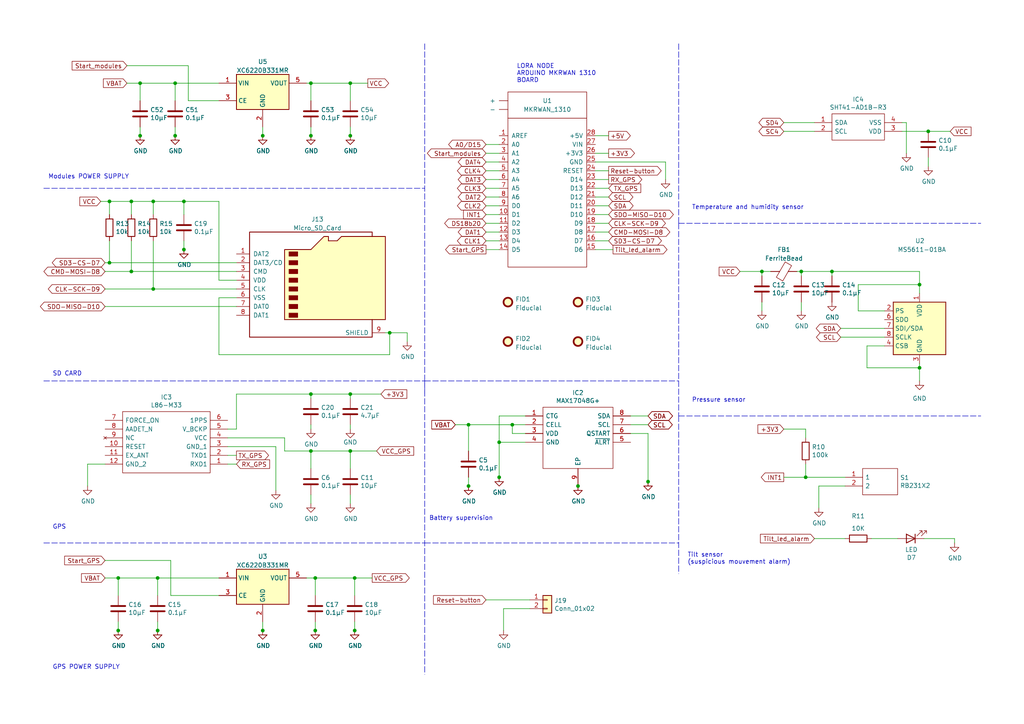
<source format=kicad_sch>
(kicad_sch (version 20211123) (generator eeschema)
  (paper "A4")
  (title_block (title "Open_beehive_scale_board") (date "2022-12-03") (rev "V0.2") (company "Ratamuse"))
  (lib_symbols
    (symbol "Connector:Micro_SD_Card" (pin_names (offset 1.016))
      (property "Reference" "J" (at -16.51 15.24 0))
      (property "Value" "Micro_SD_Card" (at 16.51 15.24 0))
      (symbol "Micro_SD_Card_0_1"
        (rectangle (start -7.62 -9.525) (end -5.08 -10.795) (fill (type outline)))
        (rectangle (start -7.62 -6.985) (end -5.08 -8.255) (fill (type outline)))
        (rectangle (start -7.62 -4.445) (end -5.08 -5.715) (fill (type outline)))
        (rectangle (start -7.62 -1.905) (end -5.08 -3.175) (fill (type outline)))
        (rectangle (start -7.62 0.635) (end -5.08 -0.635) (fill (type outline)))
        (rectangle (start -7.62 3.175) (end -5.08 1.905) (fill (type outline)))
        (rectangle (start -7.62 5.715) (end -5.08 4.445) (fill (type outline)))
        (rectangle (start -7.62 8.255) (end -5.08 6.985) (fill (type outline)))
        (polyline (pts (xy 16.51 12.7) (xy 16.51 13.97) (xy -19.05 13.97) (xy -19.05 -16.51) (xy 16.51 -16.51) (xy 16.51 -11.43)) (stroke (width 0.254)))
        (polyline (pts (xy -8.89 -11.43) (xy -8.89 8.89) (xy -1.27 8.89) (xy 2.54 12.7) (xy 3.81 12.7) (xy 3.81 11.43) (xy 6.35 11.43) (xy 7.62 12.7) (xy 20.32 12.7) (xy 20.32 -11.43) (xy -8.89 -11.43)) (stroke (width 0.254)) (fill (type background)))
      )
      (symbol "Micro_SD_Card_1_1"
        (pin bidirectional line (at -22.86 7.62 0) (length 3.81) (name "DAT2") (number "1"))
        (pin bidirectional line (at -22.86 5.08 0) (length 3.81) (name "DAT3/CD") (number "2"))
        (pin input line (at -22.86 2.54 0) (length 3.81) (name "CMD") (number "3"))
        (pin power_in line (at -22.86 0 0) (length 3.81) (name "VDD") (number "4"))
        (pin input line (at -22.86 -2.54 0) (length 3.81) (name "CLK") (number "5"))
        (pin power_in line (at -22.86 -5.08 0) (length 3.81) (name "VSS") (number "6"))
        (pin bidirectional line (at -22.86 -7.62 0) (length 3.81) (name "DAT0") (number "7"))
        (pin bidirectional line (at -22.86 -10.16 0) (length 3.81) (name "DAT1") (number "8"))
        (pin passive line (at 20.32 -15.24 180) (length 3.81) (name "SHIELD") (number "9"))
      )
    )
    (symbol "Connector_Generic:Conn_01x02" (pin_names (offset 1.016) hide)
      (property "Reference" "J" (at 0 2.54 0))
      (property "Value" "Conn_01x02" (at 0 -5.08 0))
      (symbol "Conn_01x02_1_1"
        (rectangle (start -1.27 -2.413) (end 0 -2.667) (stroke (width 0.1524)))
        (rectangle (start -1.27 0.127) (end 0 -0.127) (stroke (width 0.1524)))
        (rectangle (start -1.27 1.27) (end 1.27 -3.81) (stroke (width 0.254)) (fill (type background)))
        (pin passive line (at -5.08 0 0) (length 3.81) (name "Pin_1") (number "1"))
        (pin passive line (at -5.08 -2.54 0) (length 3.81) (name "Pin_2") (number "2"))
      )
    )
    (symbol "Device:C" (pin_numbers hide) (pin_names (offset 0.254))
      (property "Reference" "C" (at 0.635 2.54 0))
      (property "Value" "C" (at 0.635 -2.54 0))
      (symbol "C_0_1"
        (polyline (pts (xy -2.032 -0.762) (xy 2.032 -0.762)) (stroke (width 0.508)))
        (polyline (pts (xy -2.032 0.762) (xy 2.032 0.762)) (stroke (width 0.508)))
      )
      (symbol "C_1_1"
        (pin passive line (at 0 3.81 270) (length 2.794) (name "~") (number "1"))
        (pin passive line (at 0 -3.81 90) (length 2.794) (name "~") (number "2"))
      )
    )
    (symbol "Device:FerriteBead" (pin_numbers hide) (pin_names (offset 0))
      (property "Reference" "FB" (at -3.81 0.635 90))
      (property "Value" "FerriteBead" (at 3.81 0 90))
      (symbol "FerriteBead_0_1"
        (polyline (pts (xy 0 -1.27) (xy 0 -1.2192)))
        (polyline (pts (xy 0 1.27) (xy 0 1.2954)))
        (polyline (pts (xy -2.7686 0.4064) (xy -1.7018 2.2606) (xy 2.7686 -0.3048) (xy 1.6764 -2.159) (xy -2.7686 0.4064)))
      )
      (symbol "FerriteBead_1_1"
        (pin passive line (at 0 3.81 270) (length 2.54) (name "~") (number "1"))
        (pin passive line (at 0 -3.81 90) (length 2.54) (name "~") (number "2"))
      )
    )
    (symbol "Device:LED" (pin_numbers hide) (pin_names (offset 1.016) hide)
      (property "Reference" "D" (at 0 2.54 0))
      (property "Value" "LED" (at 0 -2.54 0))
      (symbol "LED_0_1"
        (polyline (pts (xy -1.27 -1.27) (xy -1.27 1.27)) (stroke (width 0.254)))
        (polyline (pts (xy -1.27 0) (xy 1.27 0)))
        (polyline (pts (xy 1.27 -1.27) (xy 1.27 1.27) (xy -1.27 0) (xy 1.27 -1.27)) (stroke (width 0.254)))
        (polyline (pts (xy -3.048 -0.762) (xy -4.572 -2.286) (xy -3.81 -2.286) (xy -4.572 -2.286) (xy -4.572 -1.524)))
        (polyline (pts (xy -1.778 -0.762) (xy -3.302 -2.286) (xy -2.54 -2.286) (xy -3.302 -2.286) (xy -3.302 -1.524)))
      )
      (symbol "LED_1_1"
        (pin passive line (at -3.81 0 0) (length 2.54) (name "K") (number "1"))
        (pin passive line (at 3.81 0 180) (length 2.54) (name "A") (number "2"))
      )
    )
    (symbol "Device:R" (pin_numbers hide) (pin_names (offset 0))
      (property "Reference" "R" (at 2.032 0 90))
      (property "Value" "R" (at 0 0 90))
      (symbol "R_0_1"
        (rectangle (start -1.016 -2.54) (end 1.016 2.54) (stroke (width 0.254)))
      )
      (symbol "R_1_1"
        (pin passive line (at 0 3.81 270) (length 1.27) (name "~") (number "1"))
        (pin passive line (at 0 -3.81 90) (length 1.27) (name "~") (number "2"))
      )
    )
    (symbol "L86-M33:L86-M33" (pin_names (offset 0.762))
      (property "Reference" "IC" (at 31.75 7.62 0))
      (property "Value" "L86-M33" (at 31.75 5.08 0))
      (symbol "L86-M33_0_0"
        (pin passive line (at 35.56 -12.7 180) (length 5.08) (name "RXD1") (number "1"))
        (pin passive line (at 0 -7.62 0) (length 5.08) (name "RESET") (number "10"))
        (pin passive line (at 0 -10.16 0) (length 5.08) (name "EX_ANT") (number "11"))
        (pin passive line (at 0 -12.7 0) (length 5.08) (name "GND_2") (number "12"))
        (pin passive line (at 35.56 -10.16 180) (length 5.08) (name "TXD1") (number "2"))
        (pin passive line (at 35.56 -7.62 180) (length 5.08) (name "GND_1") (number "3"))
        (pin passive line (at 35.56 -5.08 180) (length 5.08) (name "VCC") (number "4"))
        (pin passive line (at 35.56 -2.54 180) (length 5.08) (name "V_BCKP") (number "5"))
        (pin passive line (at 35.56 0 180) (length 5.08) (name "1PPS") (number "6"))
        (pin passive line (at 0 0 0) (length 5.08) (name "FORCE_ON") (number "7"))
        (pin passive line (at 0 -2.54 0) (length 5.08) (name "AADET_N") (number "8"))
        (pin no_connect line (at 0 -5.08 0) (length 5.08) (name "NC") (number "9"))
      )
      (symbol "L86-M33_0_1"
        (polyline (pts (xy 5.08 2.54) (xy 30.48 2.54) (xy 30.48 -15.24) (xy 5.08 -15.24) (xy 5.08 2.54)) (stroke (width 0.1524)))
      )
    )
    (symbol "MAX17048G+:MAX17048G+" (pin_names (offset 0.762))
      (property "Reference" "IC" (at 26.67 7.62 0))
      (property "Value" "MAX17048G+" (at 26.67 5.08 0))
      (symbol "MAX17048G+_0_0"
        (pin passive line (at 0 0 0) (length 5.08) (name "CTG") (number "1"))
        (pin passive line (at 0 -2.54 0) (length 5.08) (name "CELL") (number "2"))
        (pin passive line (at 0 -5.08 0) (length 5.08) (name "VDD") (number "3"))
        (pin passive line (at 0 -7.62 0) (length 5.08) (name "GND") (number "4"))
        (pin passive line (at 30.48 -7.62 180) (length 5.08) (name "~{ALRT}") (number "5"))
        (pin passive line (at 30.48 -5.08 180) (length 5.08) (name "QSTART") (number "6"))
        (pin passive line (at 30.48 -2.54 180) (length 5.08) (name "SCL") (number "7"))
        (pin passive line (at 30.48 0 180) (length 5.08) (name "SDA") (number "8"))
        (pin passive line (at 15.24 -20.32 90) (length 5.08) (name "EP") (number "9"))
      )
      (symbol "MAX17048G+_0_1"
        (polyline (pts (xy 5.08 2.54) (xy 25.4 2.54) (xy 25.4 -15.24) (xy 5.08 -15.24) (xy 5.08 2.54)) (stroke (width 0.1524)))
      )
    )
    (symbol "MKRShield_v1:MKRWAN_1310" (pin_names (offset 1.016))
      (property "Reference" "U1" (at 11.43 48.26 0))
      (property "Value" "MKRWAN_1310" (at 11.43 45.72 0))
      (symbol "MKRWAN_1310_0_1"
        (rectangle (start 0 43.18) (end 22.86 0))
        (rectangle (start 0 43.18) (end 22.86 50.8))
      )
      (symbol "MKRWAN_1310_1_1"
        (pin input line (at -2.54 38.1 0) (length 2.54) (name "AREF") (number "1"))
        (pin input line (at -2.54 15.24 0) (length 2.54) (name "D1") (number "10"))
        (pin input line (at -2.54 12.7 0) (length 2.54) (name "D2") (number "11"))
        (pin input line (at -2.54 10.16 0) (length 2.54) (name "D3") (number "12"))
        (pin input line (at -2.54 7.62 0) (length 2.54) (name "D4") (number "13"))
        (pin input line (at -2.54 5.08 0) (length 2.54) (name "D5") (number "14"))
        (pin input line (at 25.4 5.08 180) (length 2.54) (name "D6") (number "15"))
        (pin input line (at 25.4 7.62 180) (length 2.54) (name "D7") (number "16"))
        (pin input line (at 25.4 10.16 180) (length 2.54) (name "D8") (number "17"))
        (pin input line (at 25.4 12.7 180) (length 2.54) (name "D9") (number "18"))
        (pin input line (at 25.4 15.24 180) (length 2.54) (name "D10") (number "19"))
        (pin input line (at -2.54 35.56 0) (length 2.54) (name "A0") (number "2"))
        (pin input line (at 25.4 17.78 180) (length 2.54) (name "D11") (number "20"))
        (pin input line (at 25.4 20.32 180) (length 2.54) (name "D12") (number "21"))
        (pin input line (at 25.4 22.86 180) (length 2.54) (name "D13") (number "22"))
        (pin input line (at 25.4 25.4 180) (length 2.54) (name "D14") (number "23"))
        (pin input line (at 25.4 27.94 180) (length 2.54) (name "RESET") (number "24"))
        (pin input line (at 25.4 30.48 180) (length 2.54) (name "GND") (number "25"))
        (pin input line (at 25.4 33.02 180) (length 2.54) (name "+3V3") (number "26"))
        (pin input line (at 25.4 35.56 180) (length 2.54) (name "VIN") (number "27"))
        (pin input line (at 25.4 38.1 180) (length 2.54) (name "+5V") (number "28"))
        (pin input line (at -2.54 33.02 0) (length 2.54) (name "A1") (number "3"))
        (pin input line (at -2.54 30.48 0) (length 2.54) (name "A2") (number "4"))
        (pin input line (at -2.54 27.94 0) (length 2.54) (name "A3") (number "5"))
        (pin input line (at -2.54 25.4 0) (length 2.54) (name "A4") (number "6"))
        (pin input line (at -2.54 22.86 0) (length 2.54) (name "A5") (number "7"))
        (pin input line (at -2.54 20.32 0) (length 2.54) (name "A6") (number "8"))
        (pin input line (at -2.54 17.78 0) (length 2.54) (name "D0") (number "9"))
        (pin input line (at 0 48.26 180) (length 2.54) (name "+") (number "~"))
        (pin input line (at 0 45.72 180) (length 2.54) (name "-") (number "~"))
      )
    )
    (symbol "Mechanical:Fiducial"
      (property "Reference" "FID" (at 0 5.08 0))
      (property "Value" "Fiducial" (at 0 3.175 0))
      (symbol "Fiducial_0_1"
        (circle (center 0 0) (radius 1.27) (stroke (width 0.508)) (fill (type background)))
      )
    )
    (symbol "RB231X2:RB231X2" (pin_names (offset 0.762))
      (property "Reference" "S" (at 16.51 7.62 0))
      (property "Value" "RB231X2" (at 16.51 5.08 0))
      (symbol "RB231X2_0_0"
        (pin passive line (at 0 0 0) (length 5.08) (name "1") (number "1"))
        (pin passive line (at 0 -2.54 0) (length 5.08) (name "2") (number "2"))
      )
      (symbol "RB231X2_0_1"
        (polyline (pts (xy 5.08 2.54) (xy 15.24 2.54) (xy 15.24 -5.08) (xy 5.08 -5.08) (xy 5.08 2.54)) (stroke (width 0.1524)))
      )
    )
    (symbol "Regulator_Linear:XC6220B331MR"
      (property "Reference" "U" (at 0 8.89 0))
      (property "Value" "XC6220B331MR" (at 0 6.35 0))
      (symbol "XC6220B331MR_0_1"
        (rectangle (start -7.62 5.08) (end 7.62 -5.08) (stroke (width 0.254)) (fill (type background)))
      )
      (symbol "XC6220B331MR_1_1"
        (pin power_in line (at -12.7 2.54 0) (length 5.08) (name "VIN") (number "1"))
        (pin power_in line (at 0 -10.16 90) (length 5.08) (name "GND") (number "2"))
        (pin input line (at -12.7 -2.54 0) (length 5.08) (name "CE") (number "3"))
        (pin no_connect line (at 12.7 -2.54 180) (length 5.08) hide (name "NC") (number "4"))
        (pin power_out line (at 12.7 2.54 180) (length 5.08) (name "VOUT") (number "5"))
      )
    )
    (symbol "SHT41-AD1B-R3:SHT41-AD1B-R3" (pin_names (offset 0.762))
      (property "Reference" "IC" (at 21.59 7.62 0))
      (property "Value" "SHT41-AD1B-R3" (at 21.59 5.08 0))
      (symbol "SHT41-AD1B-R3_0_0"
        (pin passive line (at 0 0 0) (length 5.08) (name "SDA") (number "1"))
        (pin passive line (at 0 -2.54 0) (length 5.08) (name "SCL") (number "2"))
        (pin passive line (at 25.4 -2.54 180) (length 5.08) (name "VDD") (number "3"))
        (pin passive line (at 25.4 0 180) (length 5.08) (name "VSS") (number "4"))
      )
      (symbol "SHT41-AD1B-R3_0_1"
        (polyline (pts (xy 5.08 2.54) (xy 20.32 2.54) (xy 20.32 -5.08) (xy 5.08 -5.08) (xy 5.08 2.54)) (stroke (width 0.1524)))
      )
    )
    (symbol "Sensor_Pressure:MS5611-01BA"
      (property "Reference" "U" (at -6.35 8.89 0))
      (property "Value" "MS5611-01BA" (at 7.62 8.89 0))
      (symbol "MS5611-01BA_0_1"
        (rectangle (start -7.62 7.62) (end 7.62 -7.62) (stroke (width 0.254)) (fill (type background)))
      )
      (symbol "MS5611-01BA_1_1"
        (pin power_in line (at 0 10.16 270) (length 2.54) (name "VDD") (number "1"))
        (pin input line (at -10.16 5.08 0) (length 2.54) (name "PS") (number "2"))
        (pin power_in line (at 0 -10.16 90) (length 2.54) (name "GND") (number "3"))
        (pin input line (at -10.16 -5.08 0) (length 2.54) (name "CSB") (number "4"))
        (pin input line (at -10.16 -5.08 0) (length 2.54) hide (name "CSB") (number "5"))
        (pin output line (at -10.16 2.54 0) (length 2.54) (name "SDO") (number "6"))
        (pin bidirectional line (at -10.16 0 0) (length 2.54) (name "SDI/SDA") (number "7"))
        (pin input line (at -10.16 -2.54 0) (length 2.54) (name "SCLK") (number "8"))
      )
    )
    (symbol "power:GND" (power) (pin_names (offset 0))
      (property "Value" "GND" (at 0 -3.81 0))
      (symbol "GND_0_1"
        (polyline (pts (xy 0 0) (xy 0 -1.27) (xy 1.27 -1.27) (xy 0 -2.54) (xy -1.27 -1.27) (xy 0 -1.27)))
      )
      (symbol "GND_1_1"
        (pin power_in line (at 0 0 270) (length 0) hide (name "GND") (number "1"))
      )
    )
  )
  (junction (at 269.24 38.1))
  (junction (at 144.78 128.27))
  (junction (at 233.68 138.43))
  (junction (at 90.17 130.81))
  (junction (at 102.87 182.88))
  (junction (at 31.75 58.42))
  (junction (at 187.96 139.7))
  (junction (at 76.2 39.37))
  (junction (at 101.6 24.13))
  (junction (at 38.1 78.74))
  (junction (at 76.2 182.88))
  (junction (at 40.64 39.37))
  (junction (at 135.89 123.19))
  (junction (at 38.1 58.42))
  (junction (at 148.59 123.19))
  (junction (at 91.44 167.64))
  (junction (at 50.8 24.13))
  (junction (at 90.17 114.3))
  (junction (at 34.29 167.64))
  (junction (at 44.45 58.42))
  (junction (at 91.44 182.88))
  (junction (at 101.6 130.81))
  (junction (at 102.87 167.64))
  (junction (at 31.75 76.2))
  (junction (at 167.64 140.97))
  (junction (at 232.41 78.74))
  (junction (at 34.29 182.88))
  (junction (at 90.17 39.37))
  (junction (at 135.89 140.97))
  (junction (at 45.72 167.64))
  (junction (at 53.34 72.39))
  (junction (at 50.8 39.37))
  (junction (at 220.98 78.74))
  (junction (at 241.3 78.74))
  (junction (at 53.34 58.42))
  (junction (at 45.72 182.88))
  (junction (at 101.6 114.3))
  (junction (at 90.17 24.13))
  (junction (at 101.6 39.37))
  (junction (at 144.78 138.43))
  (junction (at 266.7 106.68))
  (junction (at 44.45 83.82))
  (junction (at 40.64 24.13))
  (junction (at 266.7 82.55))
  (junction (at 113.03 96.52))
  (wire (pts (xy 135.89 138.43) (xy 135.89 140.97)))
  (wire (pts (xy 269.24 45.72) (xy 269.24 48.26)))
  (wire (pts (xy 63.5 58.42) (xy 63.5 81.28)))
  (wire (pts (xy 40.64 24.13) (xy 50.8 24.13)))
  (wire (pts (xy 90.17 115.57) (xy 90.17 114.3)))
  (wire (pts (xy 193.04 46.99) (xy 193.04 52.07)))
  (wire (pts (xy 113.03 96.52) (xy 118.11 96.52)))
  (wire (pts (xy 146.05 176.53) (xy 146.05 182.88)))
  (wire (pts (xy 45.72 172.72) (xy 45.72 167.64)))
  (wire (pts (xy 101.6 24.13) (xy 106.68 24.13)))
  (wire (pts (xy 261.62 35.56) (xy 262.89 35.56)))
  (wire (pts (xy 267.97 156.21) (xy 276.86 156.21)))
  (wire (pts (xy 38.1 58.42) (xy 38.1 62.23)))
  (wire (pts (xy 101.6 115.57) (xy 101.6 114.3)))
  (wire (pts (xy 31.75 58.42) (xy 38.1 58.42)))
  (wire (pts (xy 140.97 44.45) (xy 144.78 44.45)))
  (wire (pts (xy 68.58 134.62) (xy 66.04 134.62)))
  (wire (pts (xy 31.75 69.85) (xy 31.75 76.2)))
  (wire (pts (xy 102.87 167.64) (xy 107.95 167.64)))
  (wire (pts (xy 80.01 129.54) (xy 80.01 142.24)))
  (wire (pts (xy 140.97 46.99) (xy 144.78 46.99)))
  (wire (pts (xy 232.41 87.63) (xy 232.41 90.17)))
  (wire (pts (xy 54.61 29.21) (xy 54.61 19.05)))
  (wire (pts (xy 45.72 167.64) (xy 63.5 167.64)))
  (polyline (pts (xy 123.19 110.49) (xy 123.19 114.3)))
  (wire (pts (xy 101.6 130.81) (xy 109.22 130.81)))
  (polyline (pts (xy 196.85 12.7) (xy 196.85 64.77)))
  (wire (pts (xy 251.46 100.33) (xy 251.46 106.68)))
  (wire (pts (xy 44.45 69.85) (xy 44.45 83.82)))
  (wire (pts (xy 30.48 83.82) (xy 44.45 83.82)))
  (wire (pts (xy 44.45 58.42) (xy 44.45 62.23)))
  (wire (pts (xy 140.97 57.15) (xy 144.78 57.15)))
  (wire (pts (xy 91.44 180.34) (xy 91.44 182.88)))
  (wire (pts (xy 172.72 62.23) (xy 176.53 62.23)))
  (wire (pts (xy 214.63 78.74) (xy 220.98 78.74)))
  (wire (pts (xy 172.72 69.85) (xy 176.53 69.85)))
  (wire (pts (xy 269.24 38.1) (xy 261.62 38.1)))
  (wire (pts (xy 101.6 114.3) (xy 110.49 114.3)))
  (wire (pts (xy 63.5 102.87) (xy 113.03 102.87)))
  (wire (pts (xy 101.6 29.21) (xy 101.6 24.13)))
  (wire (pts (xy 36.83 19.05) (xy 54.61 19.05)))
  (wire (pts (xy 140.97 41.91) (xy 144.78 41.91)))
  (wire (pts (xy 50.8 29.21) (xy 50.8 24.13)))
  (wire (pts (xy 118.11 96.52) (xy 118.11 99.06)))
  (wire (pts (xy 135.89 123.19) (xy 135.89 130.81)))
  (wire (pts (xy 276.86 156.21) (xy 276.86 157.48)))
  (wire (pts (xy 220.98 78.74) (xy 223.52 78.74)))
  (wire (pts (xy 82.55 130.81) (xy 90.17 130.81)))
  (wire (pts (xy 148.59 125.73) (xy 152.4 125.73)))
  (wire (pts (xy 54.61 29.21) (xy 63.5 29.21)))
  (wire (pts (xy 182.88 123.19) (xy 187.96 123.19)))
  (wire (pts (xy 29.21 58.42) (xy 31.75 58.42)))
  (wire (pts (xy 172.72 72.39) (xy 177.8 72.39)))
  (wire (pts (xy 266.7 82.55) (xy 266.7 78.74)))
  (wire (pts (xy 148.59 123.19) (xy 152.4 123.19)))
  (wire (pts (xy 38.1 78.74) (xy 68.58 78.74)))
  (wire (pts (xy 44.45 58.42) (xy 53.34 58.42)))
  (wire (pts (xy 243.84 97.79) (xy 256.54 97.79)))
  (wire (pts (xy 30.48 88.9) (xy 68.58 88.9)))
  (wire (pts (xy 90.17 123.19) (xy 90.17 124.46)))
  (wire (pts (xy 220.98 80.01) (xy 220.98 78.74)))
  (wire (pts (xy 68.58 86.36) (xy 63.5 86.36)))
  (wire (pts (xy 38.1 58.42) (xy 44.45 58.42)))
  (wire (pts (xy 256.54 100.33) (xy 251.46 100.33)))
  (wire (pts (xy 68.58 124.46) (xy 68.58 114.3)))
  (wire (pts (xy 68.58 114.3) (xy 90.17 114.3)))
  (wire (pts (xy 82.55 130.81) (xy 82.55 127)))
  (wire (pts (xy 66.04 129.54) (xy 80.01 129.54)))
  (wire (pts (xy 248.92 90.17) (xy 256.54 90.17)))
  (wire (pts (xy 45.72 180.34) (xy 45.72 182.88)))
  (wire (pts (xy 140.97 69.85) (xy 144.78 69.85)))
  (wire (pts (xy 227.33 35.56) (xy 236.22 35.56)))
  (wire (pts (xy 91.44 172.72) (xy 91.44 167.64)))
  (polyline (pts (xy 12.7 157.48) (xy 123.19 157.48)))
  (wire (pts (xy 227.33 38.1) (xy 236.22 38.1)))
  (wire (pts (xy 233.68 138.43) (xy 227.33 138.43)))
  (wire (pts (xy 140.97 72.39) (xy 144.78 72.39)))
  (wire (pts (xy 30.48 78.74) (xy 38.1 78.74)))
  (wire (pts (xy 140.97 49.53) (xy 144.78 49.53)))
  (wire (pts (xy 140.97 64.77) (xy 144.78 64.77)))
  (wire (pts (xy 140.97 173.99) (xy 153.67 173.99)))
  (wire (pts (xy 266.7 105.41) (xy 266.7 106.68)))
  (wire (pts (xy 144.78 128.27) (xy 144.78 138.43)))
  (wire (pts (xy 140.97 52.07) (xy 144.78 52.07)))
  (wire (pts (xy 269.24 38.1) (xy 275.59 38.1)))
  (wire (pts (xy 76.2 36.83) (xy 76.2 39.37)))
  (wire (pts (xy 91.44 167.64) (xy 102.87 167.64)))
  (wire (pts (xy 172.72 39.37) (xy 176.53 39.37)))
  (wire (pts (xy 172.72 52.07) (xy 176.53 52.07)))
  (wire (pts (xy 237.49 140.97) (xy 237.49 147.32)))
  (wire (pts (xy 25.4 134.62) (xy 25.4 140.97)))
  (wire (pts (xy 34.29 172.72) (xy 34.29 167.64)))
  (wire (pts (xy 101.6 143.51) (xy 101.6 146.05)))
  (wire (pts (xy 31.75 76.2) (xy 68.58 76.2)))
  (wire (pts (xy 111.76 96.52) (xy 113.03 96.52)))
  (wire (pts (xy 172.72 59.69) (xy 176.53 59.69)))
  (wire (pts (xy 101.6 135.89) (xy 101.6 130.81)))
  (wire (pts (xy 135.89 123.19) (xy 148.59 123.19)))
  (wire (pts (xy 233.68 124.46) (xy 227.33 124.46)))
  (wire (pts (xy 245.11 140.97) (xy 237.49 140.97)))
  (wire (pts (xy 172.72 57.15) (xy 176.53 57.15)))
  (wire (pts (xy 182.88 125.73) (xy 187.96 125.73)))
  (wire (pts (xy 243.84 95.25) (xy 256.54 95.25)))
  (wire (pts (xy 68.58 124.46) (xy 66.04 124.46)))
  (polyline (pts (xy 12.7 110.49) (xy 123.19 110.49)))
  (wire (pts (xy 248.92 82.55) (xy 248.92 90.17)))
  (wire (pts (xy 241.3 78.74) (xy 266.7 78.74)))
  (polyline (pts (xy 196.85 64.77) (xy 196.85 120.65)))
  (wire (pts (xy 90.17 114.3) (xy 101.6 114.3)))
  (wire (pts (xy 44.45 83.82) (xy 68.58 83.82)))
  (polyline (pts (xy 196.85 64.77) (xy 284.48 64.77)))
  (wire (pts (xy 148.59 123.19) (xy 148.59 125.73)))
  (wire (pts (xy 241.3 78.74) (xy 241.3 80.01)))
  (wire (pts (xy 101.6 124.46) (xy 101.6 123.19)))
  (wire (pts (xy 152.4 120.65) (xy 144.78 120.65)))
  (wire (pts (xy 172.72 49.53) (xy 176.53 49.53)))
  (wire (pts (xy 88.9 167.64) (xy 91.44 167.64)))
  (wire (pts (xy 50.8 36.83) (xy 50.8 39.37)))
  (wire (pts (xy 251.46 106.68) (xy 266.7 106.68)))
  (polyline (pts (xy 123.19 110.49) (xy 196.85 110.49)))
  (wire (pts (xy 266.7 82.55) (xy 248.92 82.55)))
  (wire (pts (xy 34.29 180.34) (xy 34.29 182.88)))
  (polyline (pts (xy 12.7 54.61) (xy 123.19 54.61)))
  (wire (pts (xy 220.98 87.63) (xy 220.98 90.17)))
  (wire (pts (xy 36.83 24.13) (xy 40.64 24.13)))
  (wire (pts (xy 187.96 125.73) (xy 187.96 139.7)))
  (wire (pts (xy 233.68 127) (xy 233.68 124.46)))
  (wire (pts (xy 53.34 69.85) (xy 53.34 72.39)))
  (wire (pts (xy 172.72 46.99) (xy 193.04 46.99)))
  (wire (pts (xy 233.68 138.43) (xy 233.68 134.62)))
  (wire (pts (xy 232.41 78.74) (xy 241.3 78.74)))
  (wire (pts (xy 245.11 138.43) (xy 233.68 138.43)))
  (wire (pts (xy 140.97 62.23) (xy 144.78 62.23)))
  (wire (pts (xy 90.17 29.21) (xy 90.17 24.13)))
  (wire (pts (xy 76.2 180.34) (xy 76.2 182.88)))
  (wire (pts (xy 153.67 176.53) (xy 146.05 176.53)))
  (wire (pts (xy 30.48 162.56) (xy 49.53 162.56)))
  (wire (pts (xy 30.48 76.2) (xy 31.75 76.2)))
  (wire (pts (xy 34.29 167.64) (xy 45.72 167.64)))
  (wire (pts (xy 152.4 128.27) (xy 144.78 128.27)))
  (wire (pts (xy 140.97 54.61) (xy 144.78 54.61)))
  (wire (pts (xy 252.73 156.21) (xy 260.35 156.21)))
  (wire (pts (xy 63.5 81.28) (xy 68.58 81.28)))
  (wire (pts (xy 101.6 36.83) (xy 101.6 39.37)))
  (polyline (pts (xy 196.85 120.65) (xy 284.48 120.65)))
  (wire (pts (xy 90.17 135.89) (xy 90.17 130.81)))
  (wire (pts (xy 262.89 35.56) (xy 262.89 44.45)))
  (polyline (pts (xy 123.19 157.48) (xy 196.85 157.48)))
  (wire (pts (xy 140.97 59.69) (xy 144.78 59.69)))
  (wire (pts (xy 266.7 106.68) (xy 266.7 110.49)))
  (polyline (pts (xy 196.85 120.65) (xy 196.85 166.37)))
  (wire (pts (xy 90.17 36.83) (xy 90.17 39.37)))
  (wire (pts (xy 90.17 24.13) (xy 101.6 24.13)))
  (wire (pts (xy 172.72 67.31) (xy 176.53 67.31)))
  (wire (pts (xy 172.72 44.45) (xy 176.53 44.45)))
  (wire (pts (xy 90.17 130.81) (xy 101.6 130.81)))
  (wire (pts (xy 232.41 78.74) (xy 232.41 80.01)))
  (wire (pts (xy 236.22 156.21) (xy 245.11 156.21)))
  (wire (pts (xy 25.4 134.62) (xy 30.48 134.62)))
  (wire (pts (xy 172.72 54.61) (xy 176.53 54.61)))
  (wire (pts (xy 50.8 24.13) (xy 63.5 24.13)))
  (wire (pts (xy 266.7 85.09) (xy 266.7 82.55)))
  (wire (pts (xy 40.64 29.21) (xy 40.64 24.13)))
  (wire (pts (xy 63.5 86.36) (xy 63.5 102.87)))
  (wire (pts (xy 132.08 123.19) (xy 135.89 123.19)))
  (wire (pts (xy 38.1 69.85) (xy 38.1 78.74)))
  (wire (pts (xy 144.78 120.65) (xy 144.78 128.27)))
  (wire (pts (xy 53.34 58.42) (xy 63.5 58.42)))
  (wire (pts (xy 90.17 143.51) (xy 90.17 146.05)))
  (wire (pts (xy 172.72 64.77) (xy 176.53 64.77)))
  (wire (pts (xy 231.14 78.74) (xy 232.41 78.74)))
  (wire (pts (xy 113.03 102.87) (xy 113.03 96.52)))
  (wire (pts (xy 31.75 58.42) (xy 31.75 62.23)))
  (wire (pts (xy 88.9 24.13) (xy 90.17 24.13)))
  (wire (pts (xy 53.34 58.42) (xy 53.34 62.23)))
  (wire (pts (xy 102.87 180.34) (xy 102.87 182.88)))
  (wire (pts (xy 49.53 172.72) (xy 63.5 172.72)))
  (wire (pts (xy 140.97 67.31) (xy 144.78 67.31)))
  (wire (pts (xy 182.88 120.65) (xy 187.96 120.65)))
  (wire (pts (xy 30.48 167.64) (xy 34.29 167.64)))
  (polyline (pts (xy 123.19 12.7) (xy 123.19 195.58)))
  (wire (pts (xy 102.87 172.72) (xy 102.87 167.64)))
  (wire (pts (xy 82.55 127) (xy 66.04 127)))
  (wire (pts (xy 40.64 36.83) (xy 40.64 39.37)))
  (wire (pts (xy 49.53 172.72) (xy 49.53 162.56)))
  (wire (pts (xy 66.04 132.08) (xy 68.58 132.08)))
  (text "SD CARD" (at 15.24 109.22 0) (effects (font (size 1.27 1.27)) (justify left bottom)))
  (text "GPS" (at 15.24 153.67 0) (effects (font (size 1.27 1.27)) (justify left bottom)))
  (text "LORA NODE \nARDUINO MKRWAN 1310\nBOARD" (at 149.86 24.13 0) (effects (font (size 1.27 1.27)) (justify left bottom)))
  (text "Battery supervision\n" (at 124.46 151.13 0) (effects (font (size 1.27 1.27)) (justify left bottom)))
  (text "Tilt sensor \n(suspicious mouvement alarm)" (at 199.39 163.83 0) (effects (font (size 1.27 1.27)) (justify left bottom)))
  (text "Temperature and humidity sensor\n" (at 200.66 60.96 0) (effects (font (size 1.27 1.27)) (justify left bottom)))
  (text "Pressure sensor" (at 200.66 116.84 0) (effects (font (size 1.27 1.27)) (justify left bottom)))
  (text "Modules POWER SUPPLY" (at 13.97 52.07 0) (effects (font (size 1.27 1.27)) (justify left bottom)))
  (text "GPS POWER SUPPLY" (at 15.24 194.31 0) (effects (font (size 1.27 1.27)) (justify left bottom)))
  (global_label "TX_GPS" (shape output) (at 68.58 132.08 0) (property "Intersheet References" "${INTERSHEET_REFS}" (effects hide)))
  (global_label "VCC" (shape input) (at 29.21 58.42 180) (property "Intersheet References" "${INTERSHEET_REFS}" (effects hide)))
  (global_label "SDA" (shape bidirectional) (at 187.96 120.65 0) (property "Intersheet References" "${INTERSHEET_REFS}" (effects hide)))
  (global_label "Start_GPS" (shape input) (at 30.48 162.56 180) (property "Intersheet References" "${INTERSHEET_REFS}" (effects hide)))
  (global_label "SCL" (shape bidirectional) (at 187.96 123.19 0) (property "Intersheet References" "${INTERSHEET_REFS}" (effects hide)))
  (global_label "VCC" (shape input) (at 214.63 78.74 180) (property "Intersheet References" "${INTERSHEET_REFS}" (effects hide)))
  (global_label "+3V3" (shape input) (at 227.33 124.46 180) (property "Intersheet References" "${INTERSHEET_REFS}" (effects hide)))
  (global_label "SD3-CS-D7" (shape bidirectional) (at 176.53 69.85 0) (property "Intersheet References" "${INTERSHEET_REFS}" (effects hide)))
  (global_label "A0{slash}D15" (shape bidirectional) (at 140.97 41.91 180) (property "Intersheet References" "${INTERSHEET_REFS}" (effects hide)))
  (global_label "SDA" (shape bidirectional) (at 243.84 95.25 180) (property "Intersheet References" "${INTERSHEET_REFS}" (effects hide)))
  (global_label "SD3-CS-D7" (shape bidirectional) (at 30.48 76.2 180) (property "Intersheet References" "${INTERSHEET_REFS}" (effects hide)))
  (global_label "DS18b20" (shape bidirectional) (at 140.97 64.77 180) (property "Intersheet References" "${INTERSHEET_REFS}" (effects hide)))
  (global_label "+5V" (shape output) (at 176.53 39.37 0) (property "Intersheet References" "${INTERSHEET_REFS}" (effects hide)))
  (global_label "SC4" (shape bidirectional) (at 227.33 38.1 180) (property "Intersheet References" "${INTERSHEET_REFS}" (effects hide)))
  (global_label "CLK-SCK-D9" (shape bidirectional) (at 30.48 83.82 180) (property "Intersheet References" "${INTERSHEET_REFS}" (effects hide)))
  (global_label "VBAT" (shape input) (at 36.83 24.13 180) (property "Intersheet References" "${INTERSHEET_REFS}" (effects hide)))
  (global_label "SCL" (shape bidirectional) (at 187.96 123.19 0) (property "Intersheet References" "${INTERSHEET_REFS}" (effects hide)))
  (global_label "VCC_GPS" (shape output) (at 107.95 167.64 0) (property "Intersheet References" "${INTERSHEET_REFS}" (effects hide)))
  (global_label "Tilt_led_alarm" (shape input) (at 236.22 156.21 180) (property "Intersheet References" "${INTERSHEET_REFS}" (effects hide)))
  (global_label "Start_modules" (shape input) (at 36.83 19.05 180) (property "Intersheet References" "${INTERSHEET_REFS}" (effects hide)))
  (global_label "SD4" (shape bidirectional) (at 227.33 35.56 180) (property "Intersheet References" "${INTERSHEET_REFS}" (effects hide)))
  (global_label "CLK1" (shape bidirectional) (at 140.97 69.85 180) (property "Intersheet References" "${INTERSHEET_REFS}" (effects hide)))
  (global_label "VBAT" (shape input) (at 30.48 167.64 180) (property "Intersheet References" "${INTERSHEET_REFS}" (effects hide)))
  (global_label "DAT2" (shape bidirectional) (at 140.97 57.15 180) (property "Intersheet References" "${INTERSHEET_REFS}" (effects hide)))
  (global_label "SDA" (shape bidirectional) (at 176.53 59.69 0) (property "Intersheet References" "${INTERSHEET_REFS}" (effects hide)))
  (global_label "Tilt_led_alarm" (shape output) (at 177.8 72.39 0) (property "Intersheet References" "${INTERSHEET_REFS}" (effects hide)))
  (global_label "Start_modules" (shape bidirectional) (at 140.97 44.45 180) (property "Intersheet References" "${INTERSHEET_REFS}" (effects hide)))
  (global_label "SDO-MISO-D10" (shape bidirectional) (at 176.53 62.23 0) (property "Intersheet References" "${INTERSHEET_REFS}" (effects hide)))
  (global_label "VCC" (shape input) (at 275.59 38.1 0) (property "Intersheet References" "${INTERSHEET_REFS}" (effects hide)))
  (global_label "TX_GPS" (shape input) (at 176.53 54.61 0) (property "Intersheet References" "${INTERSHEET_REFS}" (effects hide)))
  (global_label "Reset-button" (shape input) (at 140.97 173.99 180) (property "Intersheet References" "${INTERSHEET_REFS}" (effects hide)))
  (global_label "+3V3" (shape input) (at 110.49 114.3 0) (property "Intersheet References" "${INTERSHEET_REFS}" (effects hide)))
  (global_label "SDA" (shape bidirectional) (at 187.96 120.65 0) (property "Intersheet References" "${INTERSHEET_REFS}" (effects hide)))
  (global_label "CLK4" (shape bidirectional) (at 140.97 49.53 180) (property "Intersheet References" "${INTERSHEET_REFS}" (effects hide)))
  (global_label "DAT3" (shape bidirectional) (at 140.97 52.07 180) (property "Intersheet References" "${INTERSHEET_REFS}" (effects hide)))
  (global_label "Start_GPS" (shape output) (at 140.97 72.39 180) (property "Intersheet References" "${INTERSHEET_REFS}" (effects hide)))
  (global_label "CLK-SCK-D9" (shape bidirectional) (at 176.53 64.77 0) (property "Intersheet References" "${INTERSHEET_REFS}" (effects hide)))
  (global_label "CMD-MOSI-D8" (shape bidirectional) (at 176.53 67.31 0) (property "Intersheet References" "${INTERSHEET_REFS}" (effects hide)))
  (global_label "Reset-button" (shape output) (at 176.53 49.53 0) (property "Intersheet References" "${INTERSHEET_REFS}" (effects hide)))
  (global_label "DAT1" (shape bidirectional) (at 140.97 67.31 180) (property "Intersheet References" "${INTERSHEET_REFS}" (effects hide)))
  (global_label "INT1" (shape output) (at 227.33 138.43 180) (property "Intersheet References" "${INTERSHEET_REFS}" (effects hide)))
  (global_label "SCL" (shape bidirectional) (at 176.53 57.15 0) (property "Intersheet References" "${INTERSHEET_REFS}" (effects hide)))
  (global_label "INT1" (shape input) (at 140.97 62.23 180) (property "Intersheet References" "${INTERSHEET_REFS}" (effects hide)))
  (global_label "CLK3" (shape bidirectional) (at 140.97 54.61 180) (property "Intersheet References" "${INTERSHEET_REFS}" (effects hide)))
  (global_label "VBAT" (shape input) (at 132.08 123.19 180) (property "Intersheet References" "${INTERSHEET_REFS}" (effects hide)))
  (global_label "DAT4" (shape bidirectional) (at 140.97 46.99 180) (property "Intersheet References" "${INTERSHEET_REFS}" (effects hide)))
  (global_label "CMD-MOSI-D8" (shape bidirectional) (at 30.48 78.74 180) (property "Intersheet References" "${INTERSHEET_REFS}" (effects hide)))
  (global_label "+3V3" (shape output) (at 176.53 44.45 0) (property "Intersheet References" "${INTERSHEET_REFS}" (effects hide)))
  (global_label "RX_GPS" (shape output) (at 176.53 52.07 0) (property "Intersheet References" "${INTERSHEET_REFS}" (effects hide)))
  (global_label "SDO-MISO-D10" (shape bidirectional) (at 30.48 88.9 180) (property "Intersheet References" "${INTERSHEET_REFS}" (effects hide)))
  (global_label "SCL" (shape bidirectional) (at 243.84 97.79 180) (property "Intersheet References" "${INTERSHEET_REFS}" (effects hide)))
  (global_label "CLK2" (shape bidirectional) (at 140.97 59.69 180) (property "Intersheet References" "${INTERSHEET_REFS}" (effects hide)))
  (global_label "VCC" (shape output) (at 106.68 24.13 0) (property "Intersheet References" "${INTERSHEET_REFS}" (effects hide)))
  (global_label "VCC_GPS" (shape input) (at 109.22 130.81 0) (property "Intersheet References" "${INTERSHEET_REFS}" (effects hide)))
  (global_label "VBAT" (shape input) (at 132.08 123.19 180) (property "Intersheet References" "${INTERSHEET_REFS}" (effects hide)))
  (global_label "RX_GPS" (shape input) (at 68.58 134.62 0) (property "Intersheet References" "${INTERSHEET_REFS}" (effects hide)))
  (symbol (lib_id "Device:C") (at 101.6 139.7 0) (unit 1)
    (property "Reference" "C11" (at 104.521 138.5316 0) (effects (justify left)))
    (property "Value" "10µF" (at 104.521 140.843 0) (effects (justify left)))
    (property "Footprint" "Capacitor_SMD:C_0805_2012Metric" (effects hide))
  )
  (symbol (lib_id "power:GND") (at 101.6 146.05 0) (unit 1)
    (property "Reference" "#PWR0116" (effects hide))
    (property "Value" "GND" (at 101.727 150.4442 0))
  )
  (symbol (lib_id "RB231X2:RB231X2") (at 245.11 138.43 0) (unit 1)
    (property "Reference" "S1" (at 261.0612 138.5316 0) (effects (justify left)))
    (property "Value" "RB231X2" (at 261.0612 140.843 0) (effects (justify left)))
    (property "Footprint" "Empreintes:RB231X2" (effects hide))
    (property "Datasheet" "http://www.mouser.com/datasheet/2/60/rb-965392.pdf" (effects hide))
    (property "Description" "Tilt Switches ROLLING BALL" (effects hide))
    (property "Height" "4" (effects hide))
    (property "Manufacturer_Name" "C & K COMPONENTS" (effects hide))
    (property "Manufacturer_Part_Number" "RB231X2" (effects hide))
    (property "Mouser Part Number" "611-RB-231X2" (effects hide))
    (property "Mouser Price/Stock" "https://www.mouser.co.uk/ProductDetail/CK/RB231X2?qs=Gufeu08L%2Fl3N%2F2jZGTaJow%3D%3D" (effects hide))
    (property "Arrow Part Number" "RB231X2" (effects hide))
    (property "Arrow Price/Stock" "https://www.arrow.com/en/products/rb231x2/ck" (effects hide))
  )
  (symbol (lib_id "L86-M33:L86-M33") (at 30.48 121.92 0) (unit 1)
    (property "Reference" "IC3" (at 48.26 115.189 0))
    (property "Value" "L86-M33" (at 48.26 117.5004 0))
    (property "Footprint" "Empreintes:L80-M39" (effects hide))
    (property "Datasheet" "https://docs-emea.rs-online.com/webdocs/147d/0900766b8147dbfb.pdf" (effects hide))
    (property "Description" "GPS/GLONASS receiver + antenna pack of 1" (effects hide))
    (property "Manufacturer_Name" "Quectel" (effects hide))
    (property "Manufacturer_Part_Number" "L86-M33" (effects hide))
    (property "Arrow Part Number" "L86-M33" (effects hide))
    (property "Arrow Price/Stock" "https://www.arrow.com/en/products/l86-m33/quectel-wireless-solutions-co-ltd" (effects hide))
  )
  (symbol (lib_id "power:GND") (at 237.49 147.32 0) (unit 1)
    (property "Reference" "#PWR0126" (effects hide))
    (property "Value" "GND" (at 237.617 151.7142 0))
  )
  (symbol (lib_id "power:GND") (at 25.4 140.97 0) (unit 1)
    (property "Reference" "#PWR0119" (effects hide))
    (property "Value" "GND" (at 25.527 145.3642 0))
  )
  (symbol (lib_id "Device:R") (at 233.68 130.81 0) (unit 1)
    (property "Reference" "R10" (at 235.458 129.6416 0) (effects (justify left)))
    (property "Value" "100k" (at 235.458 131.953 0) (effects (justify left)))
    (property "Footprint" "Resistor_SMD:R_0603_1608Metric" (effects hide))
  )
  (symbol (lib_id "Device:C") (at 90.17 139.7 0) (unit 1)
    (property "Reference" "C6" (at 93.091 138.5316 0) (effects (justify left)))
    (property "Value" "0.1µF" (at 93.091 140.843 0) (effects (justify left)))
    (property "Footprint" "Capacitor_SMD:C_0603_1608Metric" (effects hide))
  )
  (symbol (lib_id "power:GND") (at 90.17 146.05 0) (unit 1)
    (property "Reference" "#PWR0120" (effects hide))
    (property "Value" "GND" (at 90.297 150.4442 0))
  )
  (symbol (lib_id "MKRShield_v1:MKRWAN_1310") (at 147.32 77.47 0) (unit 1)
    (property "Reference" "U1" (at 158.75 29.21 0))
    (property "Value" "MKRWAN_1310" (at 158.75 31.75 0))
    (property "Footprint" "Empreintes:ARDUINO_ABX00012" (effects hide))
  )
  (symbol (lib_id "MAX17048G+:MAX17048G+") (at 152.4 120.65 0) (unit 1)
    (property "Reference" "IC2" (at 167.64 113.919 0))
    (property "Value" "MAX17048G+" (at 167.64 116.2304 0))
    (property "Footprint" "Empreintes:SON50P200X200X80-9N-D" (effects hide))
    (property "Datasheet" "https://datasheets.maximintegrated.com/en/ds/MAX17048-MAX17049.pdf" (effects hide))
    (property "Description" "3uA 1-Cell/2-Cell Fuel Gauge with ModelGauge, TDFN-8" (effects hide))
    (property "Height" "0.8" (effects hide))
    (property "Manufacturer_Name" "Maxim Integrated" (effects hide))
    (property "Manufacturer_Part_Number" "MAX17048G+" (effects hide))
    (property "Arrow Part Number" "MAX17048G+" (effects hide))
    (property "Mouser Part Number" "700-MAX17048G+" (effects hide))
    (property "Mouser Price/Stock" "https://www.mouser.co.uk/ProductDetail/Maxim-Integrated/MAX17048G%2b?qs=D7PJwyCwLArjnts0jPerYw%3D%3D" (effects hide))
  )
  (symbol (lib_id "power:GND") (at 144.78 138.43 0) (unit 1)
    (property "Reference" "#PWR0101" (effects hide))
    (property "Value" "GND" (at 144.907 142.8242 0))
  )
  (symbol (lib_id "power:GND") (at 167.64 140.97 0) (unit 1)
    (property "Reference" "#PWR0105" (effects hide))
    (property "Value" "GND" (at 167.767 145.3642 0))
  )
  (symbol (lib_id "power:GND") (at 187.96 139.7 0) (unit 1)
    (property "Reference" "#PWR0106" (effects hide))
    (property "Value" "GND" (at 188.087 144.0942 0))
  )
  (symbol (lib_id "Device:C") (at 135.89 134.62 0) (unit 1)
    (property "Reference" "C5" (at 138.811 133.4516 0) (effects (justify left)))
    (property "Value" "0.1µF" (at 138.811 135.763 0) (effects (justify left)))
    (property "Footprint" "Capacitor_SMD:C_0603_1608Metric" (effects hide))
  )
  (symbol (lib_id "power:GND") (at 135.89 140.97 0) (unit 1)
    (property "Reference" "#PWR0107" (effects hide))
    (property "Value" "GND" (at 136.017 145.3642 0))
  )
  (symbol (lib_id "power:GND") (at 144.78 138.43 0) (unit 1)
    (property "Reference" "#PWR0108" (effects hide))
    (property "Value" "GND" (at 144.907 142.8242 0))
  )
  (symbol (lib_id "power:GND") (at 167.64 140.97 0) (unit 1)
    (property "Reference" "#PWR0110" (effects hide))
    (property "Value" "GND" (at 167.767 145.3642 0))
  )
  (symbol (lib_id "power:GND") (at 187.96 139.7 0) (unit 1)
    (property "Reference" "#PWR0111" (effects hide))
    (property "Value" "GND" (at 188.087 144.0942 0))
  )
  (symbol (lib_id "power:GND") (at 135.89 140.97 0) (unit 1)
    (property "Reference" "#PWR0113" (effects hide))
    (property "Value" "GND" (at 136.017 145.3642 0))
  )
  (symbol (lib_id "SHT41-AD1B-R3:SHT41-AD1B-R3") (at 236.22 35.56 0) (unit 1)
    (property "Reference" "IC4" (at 248.92 28.829 0))
    (property "Value" "SHT41-AD1B-R3" (at 248.92 31.1404 0))
    (property "Footprint" "Empreintes:SHT41AD1BR3" (effects hide))
    (property "Datasheet" "https://www.mouser.fr/datasheet/2/682/Sensirion_Humidity_Sensors_SHT4x_Datasheet-2001050.pdf" (effects hide))
    (property "Description" "Board Mount Humidity Sensors Intermediate Humidity and Temperature Sensor - Bulk" (effects hide))
    (property "Height" "0.59" (effects hide))
    (property "Manufacturer_Name" "Sensirion" (effects hide))
    (property "Manufacturer_Part_Number" "SHT41-AD1B-R3" (effects hide))
    (property "Mouser Part Number" "403-SHT41-AD1B-R3" (effects hide))
    (property "Mouser Price/Stock" "https://www.mouser.co.uk/ProductDetail/Sensirion/SHT41-AD1B-R3?qs=XAiT9M5g4x9TCtE5W6N3dA%3D%3D" (effects hide))
  )
  (symbol (lib_id "power:GND") (at 262.89 44.45 0) (unit 1)
    (property "Reference" "#PWR0114" (effects hide))
    (property "Value" "GND" (at 263.017 48.8442 0))
  )
  (symbol (lib_id "Device:C") (at 269.24 41.91 0) (unit 1)
    (property "Reference" "C10" (at 272.161 40.7416 0) (effects (justify left)))
    (property "Value" "0.1µF" (at 272.161 43.053 0) (effects (justify left)))
    (property "Footprint" "Capacitor_SMD:C_0603_1608Metric" (effects hide))
  )
  (symbol (lib_id "power:GND") (at 269.24 48.26 0) (unit 1)
    (property "Reference" "#PWR0115" (effects hide))
    (property "Value" "GND" (at 269.367 52.6542 0))
  )
  (symbol (lib_id "power:GND") (at 80.01 142.24 0) (unit 1)
    (property "Reference" "#PWR0123" (effects hide))
    (property "Value" "GND" (at 80.137 146.6342 0))
  )
  (symbol (lib_id "power:GND") (at 193.04 52.07 0) (unit 1)
    (property "Reference" "#PWR0125" (effects hide))
    (property "Value" "GND" (at 193.167 56.4642 0))
  )
  (symbol (lib_id "power:GND") (at 101.6 39.37 0) (unit 1)
    (property "Reference" "#PWR0192" (effects hide))
    (property "Value" "GND" (at 101.727 43.7642 0))
  )
  (symbol (lib_id "Device:C") (at 220.98 83.82 0) (unit 1)
    (property "Reference" "C12" (at 223.901 82.6516 0) (effects (justify left)))
    (property "Value" "10µF" (at 223.901 84.963 0) (effects (justify left)))
    (property "Footprint" "Capacitor_SMD:C_0805_2012Metric" (effects hide))
  )
  (symbol (lib_id "Device:FerriteBead") (at 227.33 78.74 270) (unit 1)
    (property "Reference" "FB1" (at 227.3808 72.3986 90))
    (property "Value" "FerriteBead" (at 227.3808 74.9355 90))
    (property "Footprint" "Resistor_SMD:R_0603_1608Metric" (effects hide))
  )
  (symbol (lib_id "Device:C") (at 90.17 119.38 0) (unit 1)
    (property "Reference" "C20" (at 93.091 118.2116 0) (effects (justify left)))
    (property "Value" "0.1µF" (at 93.091 120.523 0) (effects (justify left)))
    (property "Footprint" "Capacitor_SMD:C_0603_1608Metric" (effects hide))
  )
  (symbol (lib_id "power:GND") (at 45.72 182.88 0) (unit 1)
    (property "Reference" "#PWR0156" (effects hide))
    (property "Value" "GND" (at 45.847 187.2742 0))
  )
  (symbol (lib_id "Device:R") (at 248.92 156.21 270) (unit 1)
    (property "Reference" "R11" (at 248.92 149.6822 90))
    (property "Value" "10K" (at 248.92 153.2636 90))
    (property "Footprint" "Resistor_SMD:R_0603_1608Metric" (effects hide))
  )
  (symbol (lib_id "Device:C") (at 34.29 176.53 0) (unit 1)
    (property "Reference" "C16" (at 37.211 175.3616 0) (effects (justify left)))
    (property "Value" "10µF" (at 37.211 177.673 0) (effects (justify left)))
    (property "Footprint" "Capacitor_SMD:C_0603_1608Metric" (effects hide))
  )
  (symbol (lib_id "Mechanical:Fiducial") (at 147.32 99.06 0) (unit 1)
    (property "Reference" "FID2" (at 149.479 98.2253 0) (effects (justify left)))
    (property "Value" "Fiducial" (at 149.479 100.7622 0) (effects (justify left)))
    (property "Footprint" "Fiducial:Fiducial_1mm_Mask3mm" (effects hide))
  )
  (symbol (lib_id "power:GND") (at 146.05 182.88 0) (unit 1)
    (property "Reference" "#PWR0202" (effects hide))
    (property "Value" "GND" (at 146.177 187.2742 0))
  )
  (symbol (lib_id "Device:C") (at 232.41 83.82 0) (unit 1)
    (property "Reference" "C13" (at 235.331 82.6516 0) (effects (justify left)))
    (property "Value" "10µF" (at 235.331 84.963 0) (effects (justify left)))
    (property "Footprint" "Capacitor_SMD:C_0805_2012Metric" (effects hide))
  )
  (symbol (lib_id "power:GND") (at 102.87 182.88 0) (unit 1)
    (property "Reference" "#PWR0158" (effects hide))
    (property "Value" "GND" (at 102.997 187.2742 0))
  )
  (symbol (lib_id "power:GND") (at 101.6 39.37 0) (unit 1)
    (property "Reference" "#PWR0193" (effects hide))
    (property "Value" "GND" (at 101.727 43.7642 0))
  )
  (symbol (lib_id "power:GND") (at 50.8 39.37 0) (unit 1)
    (property "Reference" "#PWR0198" (effects hide))
    (property "Value" "GND" (at 50.927 43.7642 0))
  )
  (symbol (lib_id "Device:C") (at 102.87 176.53 0) (unit 1)
    (property "Reference" "C18" (at 105.791 175.3616 0) (effects (justify left)))
    (property "Value" "10µF" (at 105.791 177.673 0) (effects (justify left)))
    (property "Footprint" "Capacitor_SMD:C_0805_2012Metric" (effects hide))
  )
  (symbol (lib_id "power:GND") (at 102.87 182.88 0) (unit 1)
    (property "Reference" "#PWR0159" (effects hide))
    (property "Value" "GND" (at 102.997 187.2742 0))
  )
  (symbol (lib_id "power:GND") (at 91.44 182.88 0) (unit 1)
    (property "Reference" "#PWR0153" (effects hide))
    (property "Value" "GND" (at 91.567 187.2742 0))
  )
  (symbol (lib_id "power:GND") (at 76.2 39.37 0) (unit 1)
    (property "Reference" "#PWR0196" (effects hide))
    (property "Value" "GND" (at 76.327 43.7642 0))
  )
  (symbol (lib_id "Device:C") (at 40.64 33.02 0) (unit 1)
    (property "Reference" "C52" (at 43.561 31.8516 0) (effects (justify left)))
    (property "Value" "10µF" (at 43.561 34.163 0) (effects (justify left)))
    (property "Footprint" "Capacitor_SMD:C_0603_1608Metric" (effects hide))
  )
  (symbol (lib_id "power:GND") (at 90.17 124.46 0) (unit 1)
    (property "Reference" "#PWR0117" (effects hide))
    (property "Value" "GND" (at 90.297 128.8542 0))
  )
  (symbol (lib_id "Device:R") (at 38.1 66.04 0) (unit 1)
    (property "Reference" "R14" (at 39.878 64.8716 0) (effects (justify left)))
    (property "Value" "10k" (at 39.878 67.183 0) (effects (justify left)))
    (property "Footprint" "Resistor_SMD:R_0603_1608Metric" (effects hide))
  )
  (symbol (lib_id "power:GND") (at 34.29 182.88 0) (unit 1)
    (property "Reference" "#PWR0155" (effects hide))
    (property "Value" "GND" (at 34.417 187.2742 0))
  )
  (symbol (lib_id "power:GND") (at 90.17 39.37 0) (unit 1)
    (property "Reference" "#PWR0201" (effects hide))
    (property "Value" "GND" (at 90.297 43.7642 0))
  )
  (symbol (lib_id "power:GND") (at 276.86 157.48 0) (unit 1)
    (property "Reference" "#PWR0152" (effects hide))
    (property "Value" "GND" (at 276.987 161.8742 0))
  )
  (symbol (lib_id "Mechanical:Fiducial") (at 167.64 87.63 0) (unit 1)
    (property "Reference" "FID3" (at 169.799 86.7953 0) (effects (justify left)))
    (property "Value" "Fiducial" (at 169.799 89.3322 0) (effects (justify left)))
    (property "Footprint" "Fiducial:Fiducial_1mm_Mask3mm" (effects hide))
  )
  (symbol (lib_id "Device:R") (at 44.45 66.04 0) (unit 1)
    (property "Reference" "R15" (at 46.228 64.8716 0) (effects (justify left)))
    (property "Value" "10k" (at 46.228 67.183 0) (effects (justify left)))
    (property "Footprint" "Resistor_SMD:R_0603_1608Metric" (effects hide))
  )
  (symbol (lib_id "power:GND") (at 101.6 124.46 0) (unit 1)
    (property "Reference" "#PWR0118" (effects hide))
    (property "Value" "GND" (at 101.6 128.27 0))
  )
  (symbol (lib_id "Mechanical:Fiducial") (at 147.32 87.63 0) (unit 1)
    (property "Reference" "FID1" (at 149.479 86.7953 0) (effects (justify left)))
    (property "Value" "Fiducial" (at 149.479 89.3322 0) (effects (justify left)))
    (property "Footprint" "Fiducial:Fiducial_1mm_Mask3mm" (effects hide))
  )
  (symbol (lib_id "power:GND") (at 266.7 110.49 0) (unit 1)
    (property "Reference" "#PWR0142" (effects hide))
    (property "Value" "GND" (at 266.7 115.57 0))
  )
  (symbol (lib_id "power:GND") (at 34.29 182.88 0) (unit 1)
    (property "Reference" "#PWR0154" (effects hide))
    (property "Value" "GND" (at 34.417 187.2742 0))
  )
  (symbol (lib_id "Device:C") (at 101.6 119.38 0) (unit 1)
    (property "Reference" "C21" (at 104.521 118.2116 0) (effects (justify left)))
    (property "Value" "4.7µF" (at 104.521 120.523 0) (effects (justify left)))
    (property "Footprint" "Capacitor_SMD:C_0805_2012Metric" (effects hide))
  )
  (symbol (lib_id "power:GND") (at 232.41 90.17 0) (unit 1)
    (property "Reference" "#PWR0144" (effects hide))
    (property "Value" "GND" (at 232.537 94.5642 0))
  )
  (symbol (lib_id "Mechanical:Fiducial") (at 167.64 99.06 0) (unit 1)
    (property "Reference" "FID4" (at 169.799 98.2253 0) (effects (justify left)))
    (property "Value" "Fiducial" (at 169.799 100.7622 0) (effects (justify left)))
    (property "Footprint" "Fiducial:Fiducial_1mm_Mask3mm" (effects hide))
  )
  (symbol (lib_id "power:GND") (at 118.11 99.06 0) (unit 1)
    (property "Reference" "#PWR0165" (effects hide))
    (property "Value" "GND" (at 118.237 103.4542 0))
  )
  (symbol (lib_id "power:GND") (at 40.64 39.37 0) (unit 1)
    (property "Reference" "#PWR0195" (effects hide))
    (property "Value" "GND" (at 40.767 43.7642 0))
  )
  (symbol (lib_id "Device:C") (at 45.72 176.53 0) (unit 1)
    (property "Reference" "C15" (at 48.641 175.3616 0) (effects (justify left)))
    (property "Value" "0.1µF" (at 48.641 177.673 0) (effects (justify left)))
    (property "Footprint" "Capacitor_SMD:C_0805_2012Metric" (effects hide))
  )
  (symbol (lib_id "power:GND") (at 76.2 182.88 0) (unit 1)
    (property "Reference" "#PWR0161" (effects hide))
    (property "Value" "GND" (at 76.327 187.2742 0))
  )
  (symbol (lib_id "power:GND") (at 76.2 182.88 0) (unit 1)
    (property "Reference" "#PWR0162" (effects hide))
    (property "Value" "GND" (at 76.327 187.2742 0))
  )
  (symbol (lib_id "Device:C") (at 53.34 66.04 0) (unit 1)
    (property "Reference" "C19" (at 56.261 64.8716 0) (effects (justify left)))
    (property "Value" "0.1µF" (at 56.261 67.183 0) (effects (justify left)))
    (property "Footprint" "Capacitor_SMD:C_0603_1608Metric" (effects hide))
  )
  (symbol (lib_id "Device:C") (at 91.44 176.53 0) (unit 1)
    (property "Reference" "C17" (at 94.361 175.3616 0) (effects (justify left)))
    (property "Value" "0.1µF" (at 94.361 177.673 0) (effects (justify left)))
    (property "Footprint" "Capacitor_SMD:C_0603_1608Metric" (effects hide))
  )
  (symbol (lib_id "Device:R") (at 31.75 66.04 0) (unit 1)
    (property "Reference" "R13" (at 33.528 64.8716 0) (effects (justify left)))
    (property "Value" "10k" (at 33.528 67.183 0) (effects (justify left)))
    (property "Footprint" "Resistor_SMD:R_0603_1608Metric" (effects hide))
  )
  (symbol (lib_id "Regulator_Linear:XC6220B331MR") (at 76.2 26.67 0) (unit 1)
    (property "Reference" "U5" (at 76.2 17.8902 0))
    (property "Value" "XC6220B331MR" (at 76.2 20.4271 0))
    (property "Footprint" "Package_TO_SOT_SMD:SOT-23-5" (effects hide))
    (property "Datasheet" "https://www.torexsemi.com/file/xc6220/XC6220.pdf" (effects hide))
  )
  (symbol (lib_id "Connector_Generic:Conn_01x02") (at 158.75 173.99 0) (unit 1)
    (property "Reference" "J19" (at 160.782 174.1932 0) (effects (justify left)))
    (property "Value" "Conn_01x02" (at 160.782 176.5046 0) (effects (justify left)))
    (property "Footprint" "Connector_JST:JST_PH_B2B-PH-K_1x02_P2.00mm_Vertical" (effects hide))
  )
  (symbol (lib_id "Device:C") (at 90.17 33.02 0) (unit 1)
    (property "Reference" "C53" (at 93.091 31.8516 0) (effects (justify left)))
    (property "Value" "0.1µF" (at 93.091 34.163 0) (effects (justify left)))
    (property "Footprint" "Capacitor_SMD:C_0603_1608Metric" (effects hide))
  )
  (symbol (lib_id "Regulator_Linear:XC6220B331MR") (at 76.2 170.18 0) (unit 1)
    (property "Reference" "U3" (at 76.2 161.4002 0))
    (property "Value" "XC6220B331MR" (at 76.2 163.9371 0))
    (property "Footprint" "Package_TO_SOT_SMD:SOT-23-5" (effects hide))
    (property "Datasheet" "https://www.torexsemi.com/file/xc6220/XC6220.pdf" (effects hide))
  )
  (symbol (lib_id "Connector:Micro_SD_Card") (at 91.44 81.28 0) (unit 1)
    (property "Reference" "J13" (at 92.075 63.6102 0))
    (property "Value" "Micro_SD_Card" (at 92.075 66.1471 0))
    (property "Footprint" "Connector_Card:microSD_HC_Hirose_DM3AT-SF-PEJM5" (effects hide))
    (property "Datasheet" "http://katalog.we-online.de/em/datasheet/693072010801.pdf" (effects hide))
  )
  (symbol (lib_id "power:GND") (at 220.98 90.17 0) (unit 1)
    (property "Reference" "#PWR0143" (effects hide))
    (property "Value" "GND" (at 221.107 94.5642 0))
  )
  (symbol (lib_id "Device:C") (at 241.3 83.82 0) (unit 1)
    (property "Reference" "C14" (at 244.221 82.6516 0) (effects (justify left)))
    (property "Value" "0.1µF" (at 244.221 84.963 0) (effects (justify left)))
    (property "Footprint" "Capacitor_SMD:C_0603_1608Metric" (effects hide))
  )
  (symbol (lib_id "power:GND") (at 76.2 39.37 0) (unit 1)
    (property "Reference" "#PWR0197" (effects hide))
    (property "Value" "GND" (at 76.327 43.7642 0))
  )
  (symbol (lib_id "Device:C") (at 101.6 33.02 0) (unit 1)
    (property "Reference" "C54" (at 104.521 31.8516 0) (effects (justify left)))
    (property "Value" "10µF" (at 104.521 34.163 0) (effects (justify left)))
    (property "Footprint" "Capacitor_SMD:C_0805_2012Metric" (effects hide))
  )
  (symbol (lib_id "power:GND") (at 45.72 182.88 0) (unit 1)
    (property "Reference" "#PWR0157" (effects hide))
    (property "Value" "GND" (at 45.847 187.2742 0))
  )
  (symbol (lib_id "power:GND") (at 241.3 87.63 0) (unit 1)
    (property "Reference" "#PWR0145" (effects hide))
    (property "Value" "GND" (at 241.427 92.0242 0))
  )
  (symbol (lib_id "power:GND") (at 90.17 39.37 0) (unit 1)
    (property "Reference" "#PWR0200" (effects hide))
    (property "Value" "GND" (at 90.297 43.7642 0))
  )
  (symbol (lib_id "power:GND") (at 50.8 39.37 0) (unit 1)
    (property "Reference" "#PWR0199" (effects hide))
    (property "Value" "GND" (at 50.927 43.7642 0))
  )
  (symbol (lib_id "power:GND") (at 91.44 182.88 0) (unit 1)
    (property "Reference" "#PWR0160" (effects hide))
    (property "Value" "GND" (at 91.567 187.2742 0))
  )
  (symbol (lib_id "Sensor_Pressure:MS5611-01BA") (at 266.7 95.25 0) (unit 1)
    (property "Reference" "U2" (at 265.43 69.85 0) (effects (justify left)))
    (property "Value" "MS5611-01BA" (at 260.35 72.39 0) (effects (justify left)))
    (property "Footprint" "Package_LGA:LGA-8_3x5mm_P1.25mm" (effects hide))
    (property "Datasheet" "https://www.te.com/commerce/DocumentDelivery/DDEController?Action=srchrtrv&DocNm=MS5611-01BA03&DocType=Data+Sheet&DocLang=English" (effects hide))
  )
  (symbol (lib_id "power:GND") (at 53.34 72.39 0) (unit 1)
    (property "Reference" "#PWR0164" (effects hide))
    (property "Value" "GND" (at 53.467 76.7842 0))
  )
  (symbol (lib_id "power:GND") (at 40.64 39.37 0) (unit 1)
    (property "Reference" "#PWR0194" (effects hide))
    (property "Value" "GND" (at 40.767 43.7642 0))
  )
  (symbol (lib_id "power:GND") (at 53.34 72.39 0) (unit 1)
    (property "Reference" "#PWR0163" (effects hide))
    (property "Value" "GND" (at 53.467 76.7842 0))
  )
  (symbol (lib_id "Device:C") (at 50.8 33.02 0) (unit 1)
    (property "Reference" "C51" (at 53.721 31.8516 0) (effects (justify left)))
    (property "Value" "0.1µF" (at 53.721 34.163 0) (effects (justify left)))
    (property "Footprint" "Capacitor_SMD:C_0805_2012Metric" (effects hide))
  )
  (symbol (lib_id "Device:LED") (at 264.16 156.21 180) (unit 1)
    (property "Reference" "D7" (at 264.3378 161.7218 0))
    (property "Value" "LED" (at 264.3378 159.4104 0))
    (property "Footprint" "LED_SMD:LED_0603_1608Metric" (effects hide))
  )
  (sheet (at 0 215.9) (size 297.18 92.71)
    (property "Sheet name" "ruchea" (at 0 215.1884 0) (effects (justify left bottom)))
    (property "Sheet file" "ruchea.kicad_sch" (at 0 309.1946 0) (effects (justify left top)))
  )
  (sheet (at 0 320.04) (size 297.18 134.62)
    (property "Sheet name" "rucheb" (at 0 319.3284 0) (effects (justify left bottom)))
    (property "Sheet file" "rucheb.kicad_sch" (at 0 455.2446 0) (effects (justify left top)))
  )
  (sheet (at 0 491.49) (size 295.91 140.97) (stroke (width 0.1524))
    (property "Sheet name" "ruchec" (at 0 490.7784 0) (effects (justify left bottom)))
    (property "Sheet file" "untitled.kicad_sch" (at 0 633.0446 0) (effects (justify left top)))
  )
)
</source>
